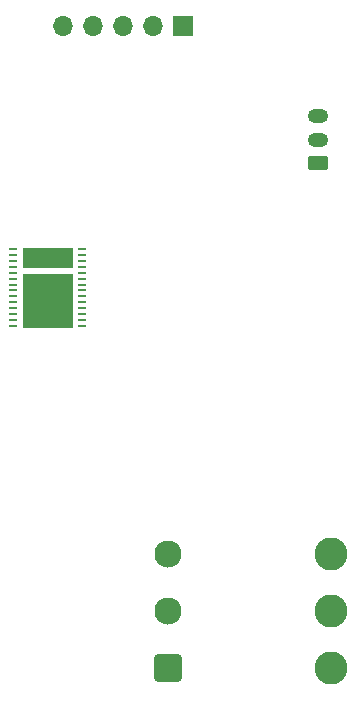
<source format=gbr>
%TF.GenerationSoftware,KiCad,Pcbnew,7.0.7+dfsg-1*%
%TF.CreationDate,2024-03-25T16:35:43+01:00*%
%TF.ProjectId,bitaxeUltra-asic,62697461-7865-4556-9c74-72612d617369,rev?*%
%TF.SameCoordinates,Original*%
%TF.FileFunction,Soldermask,Bot*%
%TF.FilePolarity,Negative*%
%FSLAX46Y46*%
G04 Gerber Fmt 4.6, Leading zero omitted, Abs format (unit mm)*
G04 Created by KiCad (PCBNEW 7.0.7+dfsg-1) date 2024-03-25 16:35:43*
%MOMM*%
%LPD*%
G01*
G04 APERTURE LIST*
G04 Aperture macros list*
%AMRoundRect*
0 Rectangle with rounded corners*
0 $1 Rounding radius*
0 $2 $3 $4 $5 $6 $7 $8 $9 X,Y pos of 4 corners*
0 Add a 4 corners polygon primitive as box body*
4,1,4,$2,$3,$4,$5,$6,$7,$8,$9,$2,$3,0*
0 Add four circle primitives for the rounded corners*
1,1,$1+$1,$2,$3*
1,1,$1+$1,$4,$5*
1,1,$1+$1,$6,$7*
1,1,$1+$1,$8,$9*
0 Add four rect primitives between the rounded corners*
20,1,$1+$1,$2,$3,$4,$5,0*
20,1,$1+$1,$4,$5,$6,$7,0*
20,1,$1+$1,$6,$7,$8,$9,0*
20,1,$1+$1,$8,$9,$2,$3,0*%
G04 Aperture macros list end*
%ADD10C,2.800000*%
%ADD11RoundRect,0.250001X0.899999X-0.899999X0.899999X0.899999X-0.899999X0.899999X-0.899999X-0.899999X0*%
%ADD12C,2.300000*%
%ADD13RoundRect,0.250000X0.625000X-0.350000X0.625000X0.350000X-0.625000X0.350000X-0.625000X-0.350000X0*%
%ADD14O,1.750000X1.200000*%
%ADD15R,0.792000X0.221000*%
%ADD16R,4.277000X1.810000*%
%ADD17R,4.277000X4.530000*%
%ADD18O,1.700000X1.700000*%
%ADD19R,1.700000X1.700000*%
G04 APERTURE END LIST*
D10*
%TO.C,J2*%
X159850000Y-110210000D03*
X159850000Y-105410000D03*
X159850000Y-100610000D03*
D11*
X146050000Y-110210000D03*
D12*
X146050000Y-105410000D03*
X146050000Y-100610000D03*
%TD*%
D13*
%TO.C,J1*%
X158750000Y-67500000D03*
D14*
X158750000Y-65500000D03*
X158750000Y-63500000D03*
%TD*%
D15*
%TO.C,U14*%
X138806000Y-74754000D03*
X138806000Y-75256000D03*
X138806000Y-75758000D03*
X138806000Y-76260000D03*
X138806000Y-76762000D03*
X138806000Y-77264000D03*
X138806000Y-77766000D03*
X138806000Y-78268000D03*
X138806000Y-78770000D03*
X138806000Y-79272000D03*
X138806000Y-79774000D03*
X138806000Y-80276000D03*
X138806000Y-80778000D03*
X138806000Y-81280000D03*
X132974000Y-81267000D03*
X132974000Y-80767000D03*
X132974000Y-80267000D03*
X132974000Y-79767000D03*
X132974000Y-79267000D03*
X132974000Y-78770000D03*
X132974000Y-78267000D03*
X132974000Y-77766000D03*
X132974000Y-77264000D03*
X132974000Y-76762000D03*
X132974000Y-76260000D03*
X132974000Y-75767000D03*
X132974000Y-75256000D03*
X132974000Y-74767000D03*
D16*
X135890000Y-75549000D03*
D17*
X135890000Y-79125000D03*
%TD*%
D18*
%TO.C,J3*%
X137160000Y-55880000D03*
X139700000Y-55880000D03*
X142240000Y-55880000D03*
X144780000Y-55880000D03*
D19*
X147320000Y-55880000D03*
%TD*%
M02*

</source>
